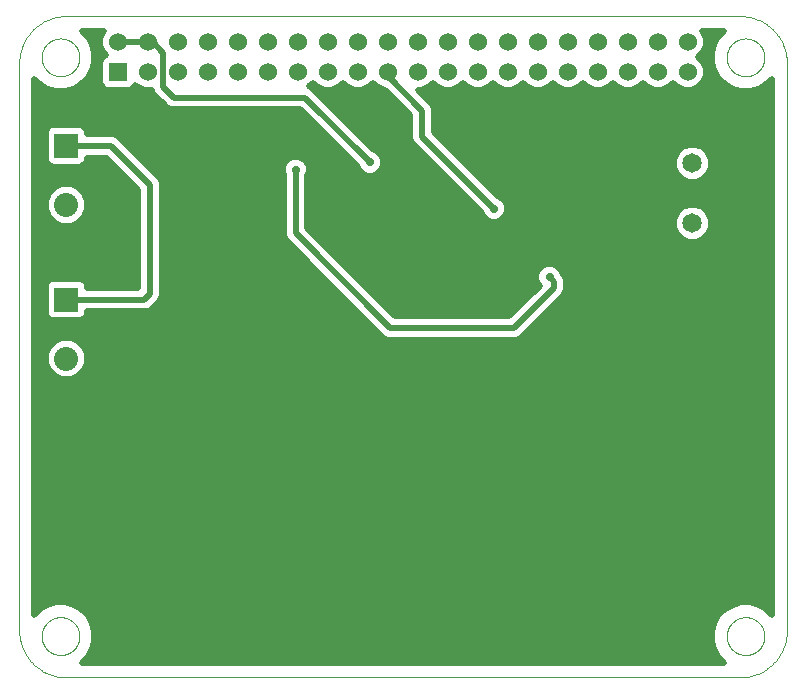
<source format=gbl>
G75*
%MOIN*%
%OFA0B0*%
%FSLAX25Y25*%
%IPPOS*%
%LPD*%
%AMOC8*
5,1,8,0,0,1.08239X$1,22.5*
%
%ADD10C,0.00000*%
%ADD11R,0.08000X0.08000*%
%ADD12C,0.08000*%
%ADD13R,0.06000X0.06000*%
%ADD14C,0.06000*%
%ADD15C,0.06500*%
%ADD16C,0.01969*%
%ADD17C,0.02781*%
D10*
X0020748Y0005000D02*
X0245157Y0005000D01*
X0240827Y0018780D02*
X0240829Y0018938D01*
X0240835Y0019096D01*
X0240845Y0019254D01*
X0240859Y0019412D01*
X0240877Y0019569D01*
X0240898Y0019726D01*
X0240924Y0019882D01*
X0240954Y0020038D01*
X0240987Y0020193D01*
X0241025Y0020346D01*
X0241066Y0020499D01*
X0241111Y0020651D01*
X0241160Y0020802D01*
X0241213Y0020951D01*
X0241269Y0021099D01*
X0241329Y0021245D01*
X0241393Y0021390D01*
X0241461Y0021533D01*
X0241532Y0021675D01*
X0241606Y0021815D01*
X0241684Y0021952D01*
X0241766Y0022088D01*
X0241850Y0022222D01*
X0241939Y0022353D01*
X0242030Y0022482D01*
X0242125Y0022609D01*
X0242222Y0022734D01*
X0242323Y0022856D01*
X0242427Y0022975D01*
X0242534Y0023092D01*
X0242644Y0023206D01*
X0242757Y0023317D01*
X0242872Y0023426D01*
X0242990Y0023531D01*
X0243111Y0023633D01*
X0243234Y0023733D01*
X0243360Y0023829D01*
X0243488Y0023922D01*
X0243618Y0024012D01*
X0243751Y0024098D01*
X0243886Y0024182D01*
X0244022Y0024261D01*
X0244161Y0024338D01*
X0244302Y0024410D01*
X0244444Y0024480D01*
X0244588Y0024545D01*
X0244734Y0024607D01*
X0244881Y0024665D01*
X0245030Y0024720D01*
X0245180Y0024771D01*
X0245331Y0024818D01*
X0245483Y0024861D01*
X0245636Y0024900D01*
X0245791Y0024936D01*
X0245946Y0024967D01*
X0246102Y0024995D01*
X0246258Y0025019D01*
X0246415Y0025039D01*
X0246573Y0025055D01*
X0246730Y0025067D01*
X0246889Y0025075D01*
X0247047Y0025079D01*
X0247205Y0025079D01*
X0247363Y0025075D01*
X0247522Y0025067D01*
X0247679Y0025055D01*
X0247837Y0025039D01*
X0247994Y0025019D01*
X0248150Y0024995D01*
X0248306Y0024967D01*
X0248461Y0024936D01*
X0248616Y0024900D01*
X0248769Y0024861D01*
X0248921Y0024818D01*
X0249072Y0024771D01*
X0249222Y0024720D01*
X0249371Y0024665D01*
X0249518Y0024607D01*
X0249664Y0024545D01*
X0249808Y0024480D01*
X0249950Y0024410D01*
X0250091Y0024338D01*
X0250230Y0024261D01*
X0250366Y0024182D01*
X0250501Y0024098D01*
X0250634Y0024012D01*
X0250764Y0023922D01*
X0250892Y0023829D01*
X0251018Y0023733D01*
X0251141Y0023633D01*
X0251262Y0023531D01*
X0251380Y0023426D01*
X0251495Y0023317D01*
X0251608Y0023206D01*
X0251718Y0023092D01*
X0251825Y0022975D01*
X0251929Y0022856D01*
X0252030Y0022734D01*
X0252127Y0022609D01*
X0252222Y0022482D01*
X0252313Y0022353D01*
X0252402Y0022222D01*
X0252486Y0022088D01*
X0252568Y0021952D01*
X0252646Y0021815D01*
X0252720Y0021675D01*
X0252791Y0021533D01*
X0252859Y0021390D01*
X0252923Y0021245D01*
X0252983Y0021099D01*
X0253039Y0020951D01*
X0253092Y0020802D01*
X0253141Y0020651D01*
X0253186Y0020499D01*
X0253227Y0020346D01*
X0253265Y0020193D01*
X0253298Y0020038D01*
X0253328Y0019882D01*
X0253354Y0019726D01*
X0253375Y0019569D01*
X0253393Y0019412D01*
X0253407Y0019254D01*
X0253417Y0019096D01*
X0253423Y0018938D01*
X0253425Y0018780D01*
X0253423Y0018622D01*
X0253417Y0018464D01*
X0253407Y0018306D01*
X0253393Y0018148D01*
X0253375Y0017991D01*
X0253354Y0017834D01*
X0253328Y0017678D01*
X0253298Y0017522D01*
X0253265Y0017367D01*
X0253227Y0017214D01*
X0253186Y0017061D01*
X0253141Y0016909D01*
X0253092Y0016758D01*
X0253039Y0016609D01*
X0252983Y0016461D01*
X0252923Y0016315D01*
X0252859Y0016170D01*
X0252791Y0016027D01*
X0252720Y0015885D01*
X0252646Y0015745D01*
X0252568Y0015608D01*
X0252486Y0015472D01*
X0252402Y0015338D01*
X0252313Y0015207D01*
X0252222Y0015078D01*
X0252127Y0014951D01*
X0252030Y0014826D01*
X0251929Y0014704D01*
X0251825Y0014585D01*
X0251718Y0014468D01*
X0251608Y0014354D01*
X0251495Y0014243D01*
X0251380Y0014134D01*
X0251262Y0014029D01*
X0251141Y0013927D01*
X0251018Y0013827D01*
X0250892Y0013731D01*
X0250764Y0013638D01*
X0250634Y0013548D01*
X0250501Y0013462D01*
X0250366Y0013378D01*
X0250230Y0013299D01*
X0250091Y0013222D01*
X0249950Y0013150D01*
X0249808Y0013080D01*
X0249664Y0013015D01*
X0249518Y0012953D01*
X0249371Y0012895D01*
X0249222Y0012840D01*
X0249072Y0012789D01*
X0248921Y0012742D01*
X0248769Y0012699D01*
X0248616Y0012660D01*
X0248461Y0012624D01*
X0248306Y0012593D01*
X0248150Y0012565D01*
X0247994Y0012541D01*
X0247837Y0012521D01*
X0247679Y0012505D01*
X0247522Y0012493D01*
X0247363Y0012485D01*
X0247205Y0012481D01*
X0247047Y0012481D01*
X0246889Y0012485D01*
X0246730Y0012493D01*
X0246573Y0012505D01*
X0246415Y0012521D01*
X0246258Y0012541D01*
X0246102Y0012565D01*
X0245946Y0012593D01*
X0245791Y0012624D01*
X0245636Y0012660D01*
X0245483Y0012699D01*
X0245331Y0012742D01*
X0245180Y0012789D01*
X0245030Y0012840D01*
X0244881Y0012895D01*
X0244734Y0012953D01*
X0244588Y0013015D01*
X0244444Y0013080D01*
X0244302Y0013150D01*
X0244161Y0013222D01*
X0244022Y0013299D01*
X0243886Y0013378D01*
X0243751Y0013462D01*
X0243618Y0013548D01*
X0243488Y0013638D01*
X0243360Y0013731D01*
X0243234Y0013827D01*
X0243111Y0013927D01*
X0242990Y0014029D01*
X0242872Y0014134D01*
X0242757Y0014243D01*
X0242644Y0014354D01*
X0242534Y0014468D01*
X0242427Y0014585D01*
X0242323Y0014704D01*
X0242222Y0014826D01*
X0242125Y0014951D01*
X0242030Y0015078D01*
X0241939Y0015207D01*
X0241850Y0015338D01*
X0241766Y0015472D01*
X0241684Y0015608D01*
X0241606Y0015745D01*
X0241532Y0015885D01*
X0241461Y0016027D01*
X0241393Y0016170D01*
X0241329Y0016315D01*
X0241269Y0016461D01*
X0241213Y0016609D01*
X0241160Y0016758D01*
X0241111Y0016909D01*
X0241066Y0017061D01*
X0241025Y0017214D01*
X0240987Y0017367D01*
X0240954Y0017522D01*
X0240924Y0017678D01*
X0240898Y0017834D01*
X0240877Y0017991D01*
X0240859Y0018148D01*
X0240845Y0018306D01*
X0240835Y0018464D01*
X0240829Y0018622D01*
X0240827Y0018780D01*
X0245157Y0005000D02*
X0245538Y0005005D01*
X0245918Y0005018D01*
X0246298Y0005041D01*
X0246677Y0005074D01*
X0247055Y0005115D01*
X0247432Y0005165D01*
X0247808Y0005225D01*
X0248183Y0005293D01*
X0248555Y0005371D01*
X0248926Y0005458D01*
X0249294Y0005553D01*
X0249660Y0005658D01*
X0250023Y0005771D01*
X0250384Y0005893D01*
X0250741Y0006023D01*
X0251095Y0006163D01*
X0251446Y0006310D01*
X0251793Y0006467D01*
X0252136Y0006631D01*
X0252475Y0006804D01*
X0252810Y0006985D01*
X0253141Y0007174D01*
X0253466Y0007371D01*
X0253787Y0007575D01*
X0254103Y0007788D01*
X0254413Y0008008D01*
X0254719Y0008235D01*
X0255018Y0008470D01*
X0255312Y0008712D01*
X0255600Y0008960D01*
X0255882Y0009216D01*
X0256157Y0009479D01*
X0256426Y0009748D01*
X0256689Y0010023D01*
X0256945Y0010305D01*
X0257193Y0010593D01*
X0257435Y0010887D01*
X0257670Y0011186D01*
X0257897Y0011492D01*
X0258117Y0011802D01*
X0258330Y0012118D01*
X0258534Y0012439D01*
X0258731Y0012764D01*
X0258920Y0013095D01*
X0259101Y0013430D01*
X0259274Y0013769D01*
X0259438Y0014112D01*
X0259595Y0014459D01*
X0259742Y0014810D01*
X0259882Y0015164D01*
X0260012Y0015521D01*
X0260134Y0015882D01*
X0260247Y0016245D01*
X0260352Y0016611D01*
X0260447Y0016979D01*
X0260534Y0017350D01*
X0260612Y0017722D01*
X0260680Y0018097D01*
X0260740Y0018473D01*
X0260790Y0018850D01*
X0260831Y0019228D01*
X0260864Y0019607D01*
X0260887Y0019987D01*
X0260900Y0020367D01*
X0260905Y0020748D01*
X0260906Y0020748D02*
X0260906Y0209724D01*
X0240827Y0211693D02*
X0240829Y0211851D01*
X0240835Y0212009D01*
X0240845Y0212167D01*
X0240859Y0212325D01*
X0240877Y0212482D01*
X0240898Y0212639D01*
X0240924Y0212795D01*
X0240954Y0212951D01*
X0240987Y0213106D01*
X0241025Y0213259D01*
X0241066Y0213412D01*
X0241111Y0213564D01*
X0241160Y0213715D01*
X0241213Y0213864D01*
X0241269Y0214012D01*
X0241329Y0214158D01*
X0241393Y0214303D01*
X0241461Y0214446D01*
X0241532Y0214588D01*
X0241606Y0214728D01*
X0241684Y0214865D01*
X0241766Y0215001D01*
X0241850Y0215135D01*
X0241939Y0215266D01*
X0242030Y0215395D01*
X0242125Y0215522D01*
X0242222Y0215647D01*
X0242323Y0215769D01*
X0242427Y0215888D01*
X0242534Y0216005D01*
X0242644Y0216119D01*
X0242757Y0216230D01*
X0242872Y0216339D01*
X0242990Y0216444D01*
X0243111Y0216546D01*
X0243234Y0216646D01*
X0243360Y0216742D01*
X0243488Y0216835D01*
X0243618Y0216925D01*
X0243751Y0217011D01*
X0243886Y0217095D01*
X0244022Y0217174D01*
X0244161Y0217251D01*
X0244302Y0217323D01*
X0244444Y0217393D01*
X0244588Y0217458D01*
X0244734Y0217520D01*
X0244881Y0217578D01*
X0245030Y0217633D01*
X0245180Y0217684D01*
X0245331Y0217731D01*
X0245483Y0217774D01*
X0245636Y0217813D01*
X0245791Y0217849D01*
X0245946Y0217880D01*
X0246102Y0217908D01*
X0246258Y0217932D01*
X0246415Y0217952D01*
X0246573Y0217968D01*
X0246730Y0217980D01*
X0246889Y0217988D01*
X0247047Y0217992D01*
X0247205Y0217992D01*
X0247363Y0217988D01*
X0247522Y0217980D01*
X0247679Y0217968D01*
X0247837Y0217952D01*
X0247994Y0217932D01*
X0248150Y0217908D01*
X0248306Y0217880D01*
X0248461Y0217849D01*
X0248616Y0217813D01*
X0248769Y0217774D01*
X0248921Y0217731D01*
X0249072Y0217684D01*
X0249222Y0217633D01*
X0249371Y0217578D01*
X0249518Y0217520D01*
X0249664Y0217458D01*
X0249808Y0217393D01*
X0249950Y0217323D01*
X0250091Y0217251D01*
X0250230Y0217174D01*
X0250366Y0217095D01*
X0250501Y0217011D01*
X0250634Y0216925D01*
X0250764Y0216835D01*
X0250892Y0216742D01*
X0251018Y0216646D01*
X0251141Y0216546D01*
X0251262Y0216444D01*
X0251380Y0216339D01*
X0251495Y0216230D01*
X0251608Y0216119D01*
X0251718Y0216005D01*
X0251825Y0215888D01*
X0251929Y0215769D01*
X0252030Y0215647D01*
X0252127Y0215522D01*
X0252222Y0215395D01*
X0252313Y0215266D01*
X0252402Y0215135D01*
X0252486Y0215001D01*
X0252568Y0214865D01*
X0252646Y0214728D01*
X0252720Y0214588D01*
X0252791Y0214446D01*
X0252859Y0214303D01*
X0252923Y0214158D01*
X0252983Y0214012D01*
X0253039Y0213864D01*
X0253092Y0213715D01*
X0253141Y0213564D01*
X0253186Y0213412D01*
X0253227Y0213259D01*
X0253265Y0213106D01*
X0253298Y0212951D01*
X0253328Y0212795D01*
X0253354Y0212639D01*
X0253375Y0212482D01*
X0253393Y0212325D01*
X0253407Y0212167D01*
X0253417Y0212009D01*
X0253423Y0211851D01*
X0253425Y0211693D01*
X0253423Y0211535D01*
X0253417Y0211377D01*
X0253407Y0211219D01*
X0253393Y0211061D01*
X0253375Y0210904D01*
X0253354Y0210747D01*
X0253328Y0210591D01*
X0253298Y0210435D01*
X0253265Y0210280D01*
X0253227Y0210127D01*
X0253186Y0209974D01*
X0253141Y0209822D01*
X0253092Y0209671D01*
X0253039Y0209522D01*
X0252983Y0209374D01*
X0252923Y0209228D01*
X0252859Y0209083D01*
X0252791Y0208940D01*
X0252720Y0208798D01*
X0252646Y0208658D01*
X0252568Y0208521D01*
X0252486Y0208385D01*
X0252402Y0208251D01*
X0252313Y0208120D01*
X0252222Y0207991D01*
X0252127Y0207864D01*
X0252030Y0207739D01*
X0251929Y0207617D01*
X0251825Y0207498D01*
X0251718Y0207381D01*
X0251608Y0207267D01*
X0251495Y0207156D01*
X0251380Y0207047D01*
X0251262Y0206942D01*
X0251141Y0206840D01*
X0251018Y0206740D01*
X0250892Y0206644D01*
X0250764Y0206551D01*
X0250634Y0206461D01*
X0250501Y0206375D01*
X0250366Y0206291D01*
X0250230Y0206212D01*
X0250091Y0206135D01*
X0249950Y0206063D01*
X0249808Y0205993D01*
X0249664Y0205928D01*
X0249518Y0205866D01*
X0249371Y0205808D01*
X0249222Y0205753D01*
X0249072Y0205702D01*
X0248921Y0205655D01*
X0248769Y0205612D01*
X0248616Y0205573D01*
X0248461Y0205537D01*
X0248306Y0205506D01*
X0248150Y0205478D01*
X0247994Y0205454D01*
X0247837Y0205434D01*
X0247679Y0205418D01*
X0247522Y0205406D01*
X0247363Y0205398D01*
X0247205Y0205394D01*
X0247047Y0205394D01*
X0246889Y0205398D01*
X0246730Y0205406D01*
X0246573Y0205418D01*
X0246415Y0205434D01*
X0246258Y0205454D01*
X0246102Y0205478D01*
X0245946Y0205506D01*
X0245791Y0205537D01*
X0245636Y0205573D01*
X0245483Y0205612D01*
X0245331Y0205655D01*
X0245180Y0205702D01*
X0245030Y0205753D01*
X0244881Y0205808D01*
X0244734Y0205866D01*
X0244588Y0205928D01*
X0244444Y0205993D01*
X0244302Y0206063D01*
X0244161Y0206135D01*
X0244022Y0206212D01*
X0243886Y0206291D01*
X0243751Y0206375D01*
X0243618Y0206461D01*
X0243488Y0206551D01*
X0243360Y0206644D01*
X0243234Y0206740D01*
X0243111Y0206840D01*
X0242990Y0206942D01*
X0242872Y0207047D01*
X0242757Y0207156D01*
X0242644Y0207267D01*
X0242534Y0207381D01*
X0242427Y0207498D01*
X0242323Y0207617D01*
X0242222Y0207739D01*
X0242125Y0207864D01*
X0242030Y0207991D01*
X0241939Y0208120D01*
X0241850Y0208251D01*
X0241766Y0208385D01*
X0241684Y0208521D01*
X0241606Y0208658D01*
X0241532Y0208798D01*
X0241461Y0208940D01*
X0241393Y0209083D01*
X0241329Y0209228D01*
X0241269Y0209374D01*
X0241213Y0209522D01*
X0241160Y0209671D01*
X0241111Y0209822D01*
X0241066Y0209974D01*
X0241025Y0210127D01*
X0240987Y0210280D01*
X0240954Y0210435D01*
X0240924Y0210591D01*
X0240898Y0210747D01*
X0240877Y0210904D01*
X0240859Y0211061D01*
X0240845Y0211219D01*
X0240835Y0211377D01*
X0240829Y0211535D01*
X0240827Y0211693D01*
X0245157Y0225472D02*
X0245538Y0225467D01*
X0245918Y0225454D01*
X0246298Y0225431D01*
X0246677Y0225398D01*
X0247055Y0225357D01*
X0247432Y0225307D01*
X0247808Y0225247D01*
X0248183Y0225179D01*
X0248555Y0225101D01*
X0248926Y0225014D01*
X0249294Y0224919D01*
X0249660Y0224814D01*
X0250023Y0224701D01*
X0250384Y0224579D01*
X0250741Y0224449D01*
X0251095Y0224309D01*
X0251446Y0224162D01*
X0251793Y0224005D01*
X0252136Y0223841D01*
X0252475Y0223668D01*
X0252810Y0223487D01*
X0253141Y0223298D01*
X0253466Y0223101D01*
X0253787Y0222897D01*
X0254103Y0222684D01*
X0254413Y0222464D01*
X0254719Y0222237D01*
X0255018Y0222002D01*
X0255312Y0221760D01*
X0255600Y0221512D01*
X0255882Y0221256D01*
X0256157Y0220993D01*
X0256426Y0220724D01*
X0256689Y0220449D01*
X0256945Y0220167D01*
X0257193Y0219879D01*
X0257435Y0219585D01*
X0257670Y0219286D01*
X0257897Y0218980D01*
X0258117Y0218670D01*
X0258330Y0218354D01*
X0258534Y0218033D01*
X0258731Y0217708D01*
X0258920Y0217377D01*
X0259101Y0217042D01*
X0259274Y0216703D01*
X0259438Y0216360D01*
X0259595Y0216013D01*
X0259742Y0215662D01*
X0259882Y0215308D01*
X0260012Y0214951D01*
X0260134Y0214590D01*
X0260247Y0214227D01*
X0260352Y0213861D01*
X0260447Y0213493D01*
X0260534Y0213122D01*
X0260612Y0212750D01*
X0260680Y0212375D01*
X0260740Y0211999D01*
X0260790Y0211622D01*
X0260831Y0211244D01*
X0260864Y0210865D01*
X0260887Y0210485D01*
X0260900Y0210105D01*
X0260905Y0209724D01*
X0245157Y0225472D02*
X0020748Y0225472D01*
X0012481Y0211693D02*
X0012483Y0211851D01*
X0012489Y0212009D01*
X0012499Y0212167D01*
X0012513Y0212325D01*
X0012531Y0212482D01*
X0012552Y0212639D01*
X0012578Y0212795D01*
X0012608Y0212951D01*
X0012641Y0213106D01*
X0012679Y0213259D01*
X0012720Y0213412D01*
X0012765Y0213564D01*
X0012814Y0213715D01*
X0012867Y0213864D01*
X0012923Y0214012D01*
X0012983Y0214158D01*
X0013047Y0214303D01*
X0013115Y0214446D01*
X0013186Y0214588D01*
X0013260Y0214728D01*
X0013338Y0214865D01*
X0013420Y0215001D01*
X0013504Y0215135D01*
X0013593Y0215266D01*
X0013684Y0215395D01*
X0013779Y0215522D01*
X0013876Y0215647D01*
X0013977Y0215769D01*
X0014081Y0215888D01*
X0014188Y0216005D01*
X0014298Y0216119D01*
X0014411Y0216230D01*
X0014526Y0216339D01*
X0014644Y0216444D01*
X0014765Y0216546D01*
X0014888Y0216646D01*
X0015014Y0216742D01*
X0015142Y0216835D01*
X0015272Y0216925D01*
X0015405Y0217011D01*
X0015540Y0217095D01*
X0015676Y0217174D01*
X0015815Y0217251D01*
X0015956Y0217323D01*
X0016098Y0217393D01*
X0016242Y0217458D01*
X0016388Y0217520D01*
X0016535Y0217578D01*
X0016684Y0217633D01*
X0016834Y0217684D01*
X0016985Y0217731D01*
X0017137Y0217774D01*
X0017290Y0217813D01*
X0017445Y0217849D01*
X0017600Y0217880D01*
X0017756Y0217908D01*
X0017912Y0217932D01*
X0018069Y0217952D01*
X0018227Y0217968D01*
X0018384Y0217980D01*
X0018543Y0217988D01*
X0018701Y0217992D01*
X0018859Y0217992D01*
X0019017Y0217988D01*
X0019176Y0217980D01*
X0019333Y0217968D01*
X0019491Y0217952D01*
X0019648Y0217932D01*
X0019804Y0217908D01*
X0019960Y0217880D01*
X0020115Y0217849D01*
X0020270Y0217813D01*
X0020423Y0217774D01*
X0020575Y0217731D01*
X0020726Y0217684D01*
X0020876Y0217633D01*
X0021025Y0217578D01*
X0021172Y0217520D01*
X0021318Y0217458D01*
X0021462Y0217393D01*
X0021604Y0217323D01*
X0021745Y0217251D01*
X0021884Y0217174D01*
X0022020Y0217095D01*
X0022155Y0217011D01*
X0022288Y0216925D01*
X0022418Y0216835D01*
X0022546Y0216742D01*
X0022672Y0216646D01*
X0022795Y0216546D01*
X0022916Y0216444D01*
X0023034Y0216339D01*
X0023149Y0216230D01*
X0023262Y0216119D01*
X0023372Y0216005D01*
X0023479Y0215888D01*
X0023583Y0215769D01*
X0023684Y0215647D01*
X0023781Y0215522D01*
X0023876Y0215395D01*
X0023967Y0215266D01*
X0024056Y0215135D01*
X0024140Y0215001D01*
X0024222Y0214865D01*
X0024300Y0214728D01*
X0024374Y0214588D01*
X0024445Y0214446D01*
X0024513Y0214303D01*
X0024577Y0214158D01*
X0024637Y0214012D01*
X0024693Y0213864D01*
X0024746Y0213715D01*
X0024795Y0213564D01*
X0024840Y0213412D01*
X0024881Y0213259D01*
X0024919Y0213106D01*
X0024952Y0212951D01*
X0024982Y0212795D01*
X0025008Y0212639D01*
X0025029Y0212482D01*
X0025047Y0212325D01*
X0025061Y0212167D01*
X0025071Y0212009D01*
X0025077Y0211851D01*
X0025079Y0211693D01*
X0025077Y0211535D01*
X0025071Y0211377D01*
X0025061Y0211219D01*
X0025047Y0211061D01*
X0025029Y0210904D01*
X0025008Y0210747D01*
X0024982Y0210591D01*
X0024952Y0210435D01*
X0024919Y0210280D01*
X0024881Y0210127D01*
X0024840Y0209974D01*
X0024795Y0209822D01*
X0024746Y0209671D01*
X0024693Y0209522D01*
X0024637Y0209374D01*
X0024577Y0209228D01*
X0024513Y0209083D01*
X0024445Y0208940D01*
X0024374Y0208798D01*
X0024300Y0208658D01*
X0024222Y0208521D01*
X0024140Y0208385D01*
X0024056Y0208251D01*
X0023967Y0208120D01*
X0023876Y0207991D01*
X0023781Y0207864D01*
X0023684Y0207739D01*
X0023583Y0207617D01*
X0023479Y0207498D01*
X0023372Y0207381D01*
X0023262Y0207267D01*
X0023149Y0207156D01*
X0023034Y0207047D01*
X0022916Y0206942D01*
X0022795Y0206840D01*
X0022672Y0206740D01*
X0022546Y0206644D01*
X0022418Y0206551D01*
X0022288Y0206461D01*
X0022155Y0206375D01*
X0022020Y0206291D01*
X0021884Y0206212D01*
X0021745Y0206135D01*
X0021604Y0206063D01*
X0021462Y0205993D01*
X0021318Y0205928D01*
X0021172Y0205866D01*
X0021025Y0205808D01*
X0020876Y0205753D01*
X0020726Y0205702D01*
X0020575Y0205655D01*
X0020423Y0205612D01*
X0020270Y0205573D01*
X0020115Y0205537D01*
X0019960Y0205506D01*
X0019804Y0205478D01*
X0019648Y0205454D01*
X0019491Y0205434D01*
X0019333Y0205418D01*
X0019176Y0205406D01*
X0019017Y0205398D01*
X0018859Y0205394D01*
X0018701Y0205394D01*
X0018543Y0205398D01*
X0018384Y0205406D01*
X0018227Y0205418D01*
X0018069Y0205434D01*
X0017912Y0205454D01*
X0017756Y0205478D01*
X0017600Y0205506D01*
X0017445Y0205537D01*
X0017290Y0205573D01*
X0017137Y0205612D01*
X0016985Y0205655D01*
X0016834Y0205702D01*
X0016684Y0205753D01*
X0016535Y0205808D01*
X0016388Y0205866D01*
X0016242Y0205928D01*
X0016098Y0205993D01*
X0015956Y0206063D01*
X0015815Y0206135D01*
X0015676Y0206212D01*
X0015540Y0206291D01*
X0015405Y0206375D01*
X0015272Y0206461D01*
X0015142Y0206551D01*
X0015014Y0206644D01*
X0014888Y0206740D01*
X0014765Y0206840D01*
X0014644Y0206942D01*
X0014526Y0207047D01*
X0014411Y0207156D01*
X0014298Y0207267D01*
X0014188Y0207381D01*
X0014081Y0207498D01*
X0013977Y0207617D01*
X0013876Y0207739D01*
X0013779Y0207864D01*
X0013684Y0207991D01*
X0013593Y0208120D01*
X0013504Y0208251D01*
X0013420Y0208385D01*
X0013338Y0208521D01*
X0013260Y0208658D01*
X0013186Y0208798D01*
X0013115Y0208940D01*
X0013047Y0209083D01*
X0012983Y0209228D01*
X0012923Y0209374D01*
X0012867Y0209522D01*
X0012814Y0209671D01*
X0012765Y0209822D01*
X0012720Y0209974D01*
X0012679Y0210127D01*
X0012641Y0210280D01*
X0012608Y0210435D01*
X0012578Y0210591D01*
X0012552Y0210747D01*
X0012531Y0210904D01*
X0012513Y0211061D01*
X0012499Y0211219D01*
X0012489Y0211377D01*
X0012483Y0211535D01*
X0012481Y0211693D01*
X0005000Y0209724D02*
X0005000Y0020748D01*
X0012481Y0018780D02*
X0012483Y0018938D01*
X0012489Y0019096D01*
X0012499Y0019254D01*
X0012513Y0019412D01*
X0012531Y0019569D01*
X0012552Y0019726D01*
X0012578Y0019882D01*
X0012608Y0020038D01*
X0012641Y0020193D01*
X0012679Y0020346D01*
X0012720Y0020499D01*
X0012765Y0020651D01*
X0012814Y0020802D01*
X0012867Y0020951D01*
X0012923Y0021099D01*
X0012983Y0021245D01*
X0013047Y0021390D01*
X0013115Y0021533D01*
X0013186Y0021675D01*
X0013260Y0021815D01*
X0013338Y0021952D01*
X0013420Y0022088D01*
X0013504Y0022222D01*
X0013593Y0022353D01*
X0013684Y0022482D01*
X0013779Y0022609D01*
X0013876Y0022734D01*
X0013977Y0022856D01*
X0014081Y0022975D01*
X0014188Y0023092D01*
X0014298Y0023206D01*
X0014411Y0023317D01*
X0014526Y0023426D01*
X0014644Y0023531D01*
X0014765Y0023633D01*
X0014888Y0023733D01*
X0015014Y0023829D01*
X0015142Y0023922D01*
X0015272Y0024012D01*
X0015405Y0024098D01*
X0015540Y0024182D01*
X0015676Y0024261D01*
X0015815Y0024338D01*
X0015956Y0024410D01*
X0016098Y0024480D01*
X0016242Y0024545D01*
X0016388Y0024607D01*
X0016535Y0024665D01*
X0016684Y0024720D01*
X0016834Y0024771D01*
X0016985Y0024818D01*
X0017137Y0024861D01*
X0017290Y0024900D01*
X0017445Y0024936D01*
X0017600Y0024967D01*
X0017756Y0024995D01*
X0017912Y0025019D01*
X0018069Y0025039D01*
X0018227Y0025055D01*
X0018384Y0025067D01*
X0018543Y0025075D01*
X0018701Y0025079D01*
X0018859Y0025079D01*
X0019017Y0025075D01*
X0019176Y0025067D01*
X0019333Y0025055D01*
X0019491Y0025039D01*
X0019648Y0025019D01*
X0019804Y0024995D01*
X0019960Y0024967D01*
X0020115Y0024936D01*
X0020270Y0024900D01*
X0020423Y0024861D01*
X0020575Y0024818D01*
X0020726Y0024771D01*
X0020876Y0024720D01*
X0021025Y0024665D01*
X0021172Y0024607D01*
X0021318Y0024545D01*
X0021462Y0024480D01*
X0021604Y0024410D01*
X0021745Y0024338D01*
X0021884Y0024261D01*
X0022020Y0024182D01*
X0022155Y0024098D01*
X0022288Y0024012D01*
X0022418Y0023922D01*
X0022546Y0023829D01*
X0022672Y0023733D01*
X0022795Y0023633D01*
X0022916Y0023531D01*
X0023034Y0023426D01*
X0023149Y0023317D01*
X0023262Y0023206D01*
X0023372Y0023092D01*
X0023479Y0022975D01*
X0023583Y0022856D01*
X0023684Y0022734D01*
X0023781Y0022609D01*
X0023876Y0022482D01*
X0023967Y0022353D01*
X0024056Y0022222D01*
X0024140Y0022088D01*
X0024222Y0021952D01*
X0024300Y0021815D01*
X0024374Y0021675D01*
X0024445Y0021533D01*
X0024513Y0021390D01*
X0024577Y0021245D01*
X0024637Y0021099D01*
X0024693Y0020951D01*
X0024746Y0020802D01*
X0024795Y0020651D01*
X0024840Y0020499D01*
X0024881Y0020346D01*
X0024919Y0020193D01*
X0024952Y0020038D01*
X0024982Y0019882D01*
X0025008Y0019726D01*
X0025029Y0019569D01*
X0025047Y0019412D01*
X0025061Y0019254D01*
X0025071Y0019096D01*
X0025077Y0018938D01*
X0025079Y0018780D01*
X0025077Y0018622D01*
X0025071Y0018464D01*
X0025061Y0018306D01*
X0025047Y0018148D01*
X0025029Y0017991D01*
X0025008Y0017834D01*
X0024982Y0017678D01*
X0024952Y0017522D01*
X0024919Y0017367D01*
X0024881Y0017214D01*
X0024840Y0017061D01*
X0024795Y0016909D01*
X0024746Y0016758D01*
X0024693Y0016609D01*
X0024637Y0016461D01*
X0024577Y0016315D01*
X0024513Y0016170D01*
X0024445Y0016027D01*
X0024374Y0015885D01*
X0024300Y0015745D01*
X0024222Y0015608D01*
X0024140Y0015472D01*
X0024056Y0015338D01*
X0023967Y0015207D01*
X0023876Y0015078D01*
X0023781Y0014951D01*
X0023684Y0014826D01*
X0023583Y0014704D01*
X0023479Y0014585D01*
X0023372Y0014468D01*
X0023262Y0014354D01*
X0023149Y0014243D01*
X0023034Y0014134D01*
X0022916Y0014029D01*
X0022795Y0013927D01*
X0022672Y0013827D01*
X0022546Y0013731D01*
X0022418Y0013638D01*
X0022288Y0013548D01*
X0022155Y0013462D01*
X0022020Y0013378D01*
X0021884Y0013299D01*
X0021745Y0013222D01*
X0021604Y0013150D01*
X0021462Y0013080D01*
X0021318Y0013015D01*
X0021172Y0012953D01*
X0021025Y0012895D01*
X0020876Y0012840D01*
X0020726Y0012789D01*
X0020575Y0012742D01*
X0020423Y0012699D01*
X0020270Y0012660D01*
X0020115Y0012624D01*
X0019960Y0012593D01*
X0019804Y0012565D01*
X0019648Y0012541D01*
X0019491Y0012521D01*
X0019333Y0012505D01*
X0019176Y0012493D01*
X0019017Y0012485D01*
X0018859Y0012481D01*
X0018701Y0012481D01*
X0018543Y0012485D01*
X0018384Y0012493D01*
X0018227Y0012505D01*
X0018069Y0012521D01*
X0017912Y0012541D01*
X0017756Y0012565D01*
X0017600Y0012593D01*
X0017445Y0012624D01*
X0017290Y0012660D01*
X0017137Y0012699D01*
X0016985Y0012742D01*
X0016834Y0012789D01*
X0016684Y0012840D01*
X0016535Y0012895D01*
X0016388Y0012953D01*
X0016242Y0013015D01*
X0016098Y0013080D01*
X0015956Y0013150D01*
X0015815Y0013222D01*
X0015676Y0013299D01*
X0015540Y0013378D01*
X0015405Y0013462D01*
X0015272Y0013548D01*
X0015142Y0013638D01*
X0015014Y0013731D01*
X0014888Y0013827D01*
X0014765Y0013927D01*
X0014644Y0014029D01*
X0014526Y0014134D01*
X0014411Y0014243D01*
X0014298Y0014354D01*
X0014188Y0014468D01*
X0014081Y0014585D01*
X0013977Y0014704D01*
X0013876Y0014826D01*
X0013779Y0014951D01*
X0013684Y0015078D01*
X0013593Y0015207D01*
X0013504Y0015338D01*
X0013420Y0015472D01*
X0013338Y0015608D01*
X0013260Y0015745D01*
X0013186Y0015885D01*
X0013115Y0016027D01*
X0013047Y0016170D01*
X0012983Y0016315D01*
X0012923Y0016461D01*
X0012867Y0016609D01*
X0012814Y0016758D01*
X0012765Y0016909D01*
X0012720Y0017061D01*
X0012679Y0017214D01*
X0012641Y0017367D01*
X0012608Y0017522D01*
X0012578Y0017678D01*
X0012552Y0017834D01*
X0012531Y0017991D01*
X0012513Y0018148D01*
X0012499Y0018306D01*
X0012489Y0018464D01*
X0012483Y0018622D01*
X0012481Y0018780D01*
X0005000Y0020748D02*
X0005005Y0020367D01*
X0005018Y0019987D01*
X0005041Y0019607D01*
X0005074Y0019228D01*
X0005115Y0018850D01*
X0005165Y0018473D01*
X0005225Y0018097D01*
X0005293Y0017722D01*
X0005371Y0017350D01*
X0005458Y0016979D01*
X0005553Y0016611D01*
X0005658Y0016245D01*
X0005771Y0015882D01*
X0005893Y0015521D01*
X0006023Y0015164D01*
X0006163Y0014810D01*
X0006310Y0014459D01*
X0006467Y0014112D01*
X0006631Y0013769D01*
X0006804Y0013430D01*
X0006985Y0013095D01*
X0007174Y0012764D01*
X0007371Y0012439D01*
X0007575Y0012118D01*
X0007788Y0011802D01*
X0008008Y0011492D01*
X0008235Y0011186D01*
X0008470Y0010887D01*
X0008712Y0010593D01*
X0008960Y0010305D01*
X0009216Y0010023D01*
X0009479Y0009748D01*
X0009748Y0009479D01*
X0010023Y0009216D01*
X0010305Y0008960D01*
X0010593Y0008712D01*
X0010887Y0008470D01*
X0011186Y0008235D01*
X0011492Y0008008D01*
X0011802Y0007788D01*
X0012118Y0007575D01*
X0012439Y0007371D01*
X0012764Y0007174D01*
X0013095Y0006985D01*
X0013430Y0006804D01*
X0013769Y0006631D01*
X0014112Y0006467D01*
X0014459Y0006310D01*
X0014810Y0006163D01*
X0015164Y0006023D01*
X0015521Y0005893D01*
X0015882Y0005771D01*
X0016245Y0005658D01*
X0016611Y0005553D01*
X0016979Y0005458D01*
X0017350Y0005371D01*
X0017722Y0005293D01*
X0018097Y0005225D01*
X0018473Y0005165D01*
X0018850Y0005115D01*
X0019228Y0005074D01*
X0019607Y0005041D01*
X0019987Y0005018D01*
X0020367Y0005005D01*
X0020748Y0005000D01*
X0005000Y0209724D02*
X0005005Y0210105D01*
X0005018Y0210485D01*
X0005041Y0210865D01*
X0005074Y0211244D01*
X0005115Y0211622D01*
X0005165Y0211999D01*
X0005225Y0212375D01*
X0005293Y0212750D01*
X0005371Y0213122D01*
X0005458Y0213493D01*
X0005553Y0213861D01*
X0005658Y0214227D01*
X0005771Y0214590D01*
X0005893Y0214951D01*
X0006023Y0215308D01*
X0006163Y0215662D01*
X0006310Y0216013D01*
X0006467Y0216360D01*
X0006631Y0216703D01*
X0006804Y0217042D01*
X0006985Y0217377D01*
X0007174Y0217708D01*
X0007371Y0218033D01*
X0007575Y0218354D01*
X0007788Y0218670D01*
X0008008Y0218980D01*
X0008235Y0219286D01*
X0008470Y0219585D01*
X0008712Y0219879D01*
X0008960Y0220167D01*
X0009216Y0220449D01*
X0009479Y0220724D01*
X0009748Y0220993D01*
X0010023Y0221256D01*
X0010305Y0221512D01*
X0010593Y0221760D01*
X0010887Y0222002D01*
X0011186Y0222237D01*
X0011492Y0222464D01*
X0011802Y0222684D01*
X0012118Y0222897D01*
X0012439Y0223101D01*
X0012764Y0223298D01*
X0013095Y0223487D01*
X0013430Y0223668D01*
X0013769Y0223841D01*
X0014112Y0224005D01*
X0014459Y0224162D01*
X0014810Y0224309D01*
X0015164Y0224449D01*
X0015521Y0224579D01*
X0015882Y0224701D01*
X0016245Y0224814D01*
X0016611Y0224919D01*
X0016979Y0225014D01*
X0017350Y0225101D01*
X0017722Y0225179D01*
X0018097Y0225247D01*
X0018473Y0225307D01*
X0018850Y0225357D01*
X0019228Y0225398D01*
X0019607Y0225431D01*
X0019987Y0225454D01*
X0020367Y0225467D01*
X0020748Y0225472D01*
D11*
X0020748Y0182165D03*
X0020748Y0130984D03*
D12*
X0020748Y0111299D03*
X0020748Y0162480D03*
D13*
X0037953Y0206693D03*
D14*
X0047900Y0206700D03*
X0057900Y0206700D03*
X0067900Y0206700D03*
X0077900Y0206700D03*
X0087900Y0206700D03*
X0097900Y0206700D03*
X0107900Y0206700D03*
X0117900Y0206700D03*
X0127900Y0206700D03*
X0137900Y0206700D03*
X0147900Y0206700D03*
X0157900Y0206700D03*
X0167900Y0206700D03*
X0177900Y0206700D03*
X0187900Y0206700D03*
X0197900Y0206700D03*
X0207900Y0206700D03*
X0217900Y0206700D03*
X0227900Y0206700D03*
X0227900Y0216700D03*
X0217900Y0216700D03*
X0207900Y0216700D03*
X0197900Y0216700D03*
X0187900Y0216700D03*
X0177900Y0216700D03*
X0167900Y0216700D03*
X0157900Y0216700D03*
X0147900Y0216700D03*
X0137900Y0216700D03*
X0127900Y0216700D03*
X0117900Y0216700D03*
X0107900Y0216700D03*
X0097900Y0216700D03*
X0087900Y0216700D03*
X0077900Y0216700D03*
X0067900Y0216700D03*
X0057900Y0216700D03*
X0047900Y0216700D03*
X0037900Y0216700D03*
D15*
X0229409Y0176417D03*
X0229409Y0156417D03*
D16*
X0235612Y0156460D02*
X0255921Y0156460D01*
X0255921Y0154493D02*
X0235326Y0154493D01*
X0235612Y0155184D02*
X0234668Y0152904D01*
X0232923Y0151159D01*
X0230643Y0150215D01*
X0228176Y0150215D01*
X0225896Y0151159D01*
X0224151Y0152904D01*
X0223207Y0155184D01*
X0223207Y0157651D01*
X0224151Y0159931D01*
X0225896Y0161676D01*
X0228176Y0162620D01*
X0230643Y0162620D01*
X0232923Y0161676D01*
X0234668Y0159931D01*
X0235612Y0157651D01*
X0235612Y0155184D01*
X0234290Y0152526D02*
X0255921Y0152526D01*
X0255921Y0150559D02*
X0231475Y0150559D01*
X0227344Y0150559D02*
X0105166Y0150559D01*
X0107133Y0148592D02*
X0255921Y0148592D01*
X0255921Y0146625D02*
X0109100Y0146625D01*
X0111067Y0144658D02*
X0255921Y0144658D01*
X0255921Y0142691D02*
X0182918Y0142691D01*
X0182636Y0142808D02*
X0180908Y0142808D01*
X0179311Y0142147D01*
X0178090Y0140925D01*
X0177428Y0139329D01*
X0177428Y0137601D01*
X0178090Y0136004D01*
X0178476Y0135618D01*
X0168330Y0125472D01*
X0130253Y0125472D01*
X0101063Y0154662D01*
X0101063Y0172447D01*
X0101469Y0173427D01*
X0101469Y0175155D01*
X0100808Y0176752D01*
X0099586Y0177973D01*
X0097990Y0178635D01*
X0096262Y0178635D01*
X0094666Y0177973D01*
X0093444Y0176752D01*
X0092783Y0175155D01*
X0092783Y0173427D01*
X0093189Y0172447D01*
X0093189Y0152248D01*
X0093788Y0150801D01*
X0125284Y0119305D01*
X0126392Y0118198D01*
X0127839Y0117598D01*
X0170744Y0117598D01*
X0172191Y0118198D01*
X0185577Y0131584D01*
X0186684Y0132691D01*
X0187283Y0134138D01*
X0187283Y0137673D01*
X0186684Y0139120D01*
X0185860Y0139944D01*
X0185454Y0140925D01*
X0184232Y0142147D01*
X0182636Y0142808D01*
X0180626Y0142691D02*
X0113034Y0142691D01*
X0115001Y0140724D02*
X0178006Y0140724D01*
X0177428Y0138757D02*
X0116968Y0138757D01*
X0118935Y0136790D02*
X0177764Y0136790D01*
X0177680Y0134823D02*
X0120902Y0134823D01*
X0122869Y0132856D02*
X0175713Y0132856D01*
X0173746Y0130889D02*
X0124836Y0130889D01*
X0126803Y0128922D02*
X0171779Y0128922D01*
X0169812Y0126955D02*
X0128770Y0126955D01*
X0128622Y0121535D02*
X0169961Y0121535D01*
X0183346Y0134921D01*
X0183346Y0136890D01*
X0181772Y0138465D01*
X0185537Y0140724D02*
X0255921Y0140724D01*
X0255921Y0138757D02*
X0186834Y0138757D01*
X0187283Y0136790D02*
X0255921Y0136790D01*
X0255921Y0134823D02*
X0187283Y0134823D01*
X0186752Y0132856D02*
X0255921Y0132856D01*
X0255921Y0130889D02*
X0184882Y0130889D01*
X0182915Y0128922D02*
X0255921Y0128922D01*
X0255921Y0126955D02*
X0180948Y0126955D01*
X0178981Y0124988D02*
X0255921Y0124988D01*
X0255921Y0123021D02*
X0177014Y0123021D01*
X0175047Y0121054D02*
X0255921Y0121054D01*
X0255921Y0119087D02*
X0173080Y0119087D01*
X0189646Y0154213D02*
X0136890Y0154213D01*
X0150737Y0168262D02*
X0101063Y0168262D01*
X0101063Y0166295D02*
X0152704Y0166295D01*
X0154671Y0164328D02*
X0101063Y0164328D01*
X0101063Y0162361D02*
X0156638Y0162361D01*
X0158605Y0160394D02*
X0101063Y0160394D01*
X0101063Y0158427D02*
X0159997Y0158427D01*
X0159586Y0158839D02*
X0160807Y0157617D01*
X0162404Y0156956D01*
X0164132Y0156956D01*
X0165728Y0157617D01*
X0166950Y0158839D01*
X0167611Y0160435D01*
X0167611Y0162163D01*
X0166950Y0163759D01*
X0165728Y0164981D01*
X0164747Y0165388D01*
X0143189Y0186946D01*
X0143189Y0194759D01*
X0142590Y0196207D01*
X0141482Y0197314D01*
X0138049Y0200747D01*
X0139084Y0200747D01*
X0141272Y0201653D01*
X0142900Y0203282D01*
X0144528Y0201653D01*
X0146716Y0200747D01*
X0149084Y0200747D01*
X0151272Y0201653D01*
X0152900Y0203282D01*
X0154528Y0201653D01*
X0156716Y0200747D01*
X0159084Y0200747D01*
X0161272Y0201653D01*
X0162900Y0203282D01*
X0164528Y0201653D01*
X0166716Y0200747D01*
X0169084Y0200747D01*
X0171272Y0201653D01*
X0172900Y0203282D01*
X0174528Y0201653D01*
X0176716Y0200747D01*
X0179084Y0200747D01*
X0181272Y0201653D01*
X0182900Y0203282D01*
X0184528Y0201653D01*
X0186716Y0200747D01*
X0189084Y0200747D01*
X0191272Y0201653D01*
X0192900Y0203282D01*
X0194528Y0201653D01*
X0196716Y0200747D01*
X0199084Y0200747D01*
X0201272Y0201653D01*
X0202900Y0203282D01*
X0204528Y0201653D01*
X0206716Y0200747D01*
X0209084Y0200747D01*
X0211272Y0201653D01*
X0212900Y0203282D01*
X0214528Y0201653D01*
X0216716Y0200747D01*
X0219084Y0200747D01*
X0221272Y0201653D01*
X0222900Y0203282D01*
X0224528Y0201653D01*
X0226716Y0200747D01*
X0229084Y0200747D01*
X0231272Y0201653D01*
X0232946Y0203328D01*
X0233853Y0205516D01*
X0233853Y0207884D01*
X0232946Y0210072D01*
X0231318Y0211700D01*
X0232946Y0213328D01*
X0233853Y0215516D01*
X0233853Y0217884D01*
X0232946Y0220072D01*
X0232530Y0220488D01*
X0239964Y0220488D01*
X0238097Y0218621D01*
X0236611Y0216048D01*
X0235843Y0213178D01*
X0235843Y0210207D01*
X0236611Y0207338D01*
X0238097Y0204765D01*
X0240198Y0202664D01*
X0242771Y0201178D01*
X0245640Y0200409D01*
X0248611Y0200409D01*
X0251481Y0201178D01*
X0254054Y0202664D01*
X0255921Y0204531D01*
X0255921Y0025941D01*
X0254054Y0027809D01*
X0251481Y0029294D01*
X0248611Y0030063D01*
X0245640Y0030063D01*
X0242771Y0029294D01*
X0240198Y0027809D01*
X0238097Y0025708D01*
X0236611Y0023135D01*
X0235843Y0020265D01*
X0235843Y0017294D01*
X0236611Y0014424D01*
X0238097Y0011851D01*
X0239964Y0009984D01*
X0025941Y0009984D01*
X0027809Y0011851D01*
X0029294Y0014424D01*
X0030063Y0017294D01*
X0030063Y0020265D01*
X0029294Y0023135D01*
X0027809Y0025708D01*
X0025708Y0027809D01*
X0023135Y0029294D01*
X0020265Y0030063D01*
X0017294Y0030063D01*
X0014424Y0029294D01*
X0011851Y0027809D01*
X0009984Y0025941D01*
X0009984Y0204531D01*
X0011851Y0202664D01*
X0014424Y0201178D01*
X0017294Y0200409D01*
X0020265Y0200409D01*
X0023135Y0201178D01*
X0025708Y0202664D01*
X0027809Y0204765D01*
X0029294Y0207338D01*
X0030063Y0210207D01*
X0030063Y0213178D01*
X0029294Y0216048D01*
X0027809Y0218621D01*
X0025941Y0220488D01*
X0033270Y0220488D01*
X0032853Y0220072D01*
X0031947Y0217884D01*
X0031947Y0215516D01*
X0032853Y0213328D01*
X0033779Y0212403D01*
X0033280Y0212196D01*
X0032450Y0211366D01*
X0032000Y0210280D01*
X0032000Y0203106D01*
X0032450Y0202020D01*
X0033280Y0201190D01*
X0034365Y0200740D01*
X0041540Y0200740D01*
X0042625Y0201190D01*
X0043456Y0202020D01*
X0043663Y0202519D01*
X0044528Y0201653D01*
X0046716Y0200747D01*
X0049084Y0200747D01*
X0049206Y0200798D01*
X0049694Y0199620D01*
X0053237Y0196077D01*
X0054345Y0194969D01*
X0055792Y0194370D01*
X0098645Y0194370D01*
X0117841Y0175174D01*
X0118247Y0174193D01*
X0119469Y0172971D01*
X0121065Y0172310D01*
X0122793Y0172310D01*
X0124389Y0172971D01*
X0125611Y0174193D01*
X0126272Y0175790D01*
X0126272Y0177517D01*
X0125611Y0179114D01*
X0124389Y0180336D01*
X0123409Y0180742D01*
X0103613Y0200537D01*
X0102506Y0201645D01*
X0101627Y0202009D01*
X0102900Y0203282D01*
X0104528Y0201653D01*
X0106716Y0200747D01*
X0109084Y0200747D01*
X0111272Y0201653D01*
X0112900Y0203282D01*
X0114528Y0201653D01*
X0116716Y0200747D01*
X0119084Y0200747D01*
X0121272Y0201653D01*
X0122900Y0203282D01*
X0124528Y0201653D01*
X0126716Y0200747D01*
X0126913Y0200747D01*
X0135315Y0192346D01*
X0135315Y0184532D01*
X0135914Y0183085D01*
X0159179Y0159820D01*
X0159586Y0158839D01*
X0163268Y0161299D02*
X0139252Y0185315D01*
X0139252Y0193976D01*
X0127900Y0205328D01*
X0127900Y0206700D01*
X0124480Y0201702D02*
X0121320Y0201702D01*
X0127926Y0199735D02*
X0104416Y0199735D01*
X0103613Y0200537D02*
X0103613Y0200537D01*
X0104480Y0201702D02*
X0102369Y0201702D01*
X0100276Y0198307D02*
X0121929Y0176654D01*
X0126032Y0178097D02*
X0140902Y0178097D01*
X0142869Y0176130D02*
X0126272Y0176130D01*
X0125581Y0174163D02*
X0144836Y0174163D01*
X0146803Y0172196D02*
X0101063Y0172196D01*
X0101063Y0170229D02*
X0148770Y0170229D01*
X0154004Y0176130D02*
X0223207Y0176130D01*
X0223207Y0175184D02*
X0224151Y0172904D01*
X0225896Y0171159D01*
X0228176Y0170215D01*
X0230643Y0170215D01*
X0232923Y0171159D01*
X0234668Y0172904D01*
X0235612Y0175184D01*
X0235612Y0177651D01*
X0234668Y0179931D01*
X0232923Y0181676D01*
X0230643Y0182620D01*
X0228176Y0182620D01*
X0225896Y0181676D01*
X0224151Y0179931D01*
X0223207Y0177651D01*
X0223207Y0175184D01*
X0223629Y0174163D02*
X0155971Y0174163D01*
X0157938Y0172196D02*
X0224858Y0172196D01*
X0228140Y0170229D02*
X0159905Y0170229D01*
X0161872Y0168262D02*
X0255921Y0168262D01*
X0255921Y0166295D02*
X0163839Y0166295D01*
X0166381Y0164328D02*
X0255921Y0164328D01*
X0255921Y0162361D02*
X0231268Y0162361D01*
X0227551Y0162361D02*
X0167529Y0162361D01*
X0167594Y0160394D02*
X0224614Y0160394D01*
X0223528Y0158427D02*
X0166538Y0158427D01*
X0189646Y0154213D02*
X0194764Y0159331D01*
X0223207Y0156460D02*
X0101063Y0156460D01*
X0101232Y0154493D02*
X0223493Y0154493D01*
X0224529Y0152526D02*
X0103199Y0152526D01*
X0097126Y0153031D02*
X0128622Y0121535D01*
X0125503Y0119087D02*
X0009984Y0119087D01*
X0009984Y0121054D02*
X0123536Y0121054D01*
X0121569Y0123021D02*
X0009984Y0123021D01*
X0009984Y0124988D02*
X0014569Y0124988D01*
X0014245Y0125312D02*
X0015075Y0124481D01*
X0016161Y0124031D01*
X0025335Y0124031D01*
X0026421Y0124481D01*
X0027251Y0125312D01*
X0027701Y0126397D01*
X0027701Y0127047D01*
X0047515Y0127047D01*
X0048962Y0127647D01*
X0050931Y0129615D01*
X0052038Y0130723D01*
X0052638Y0132170D01*
X0052638Y0169956D01*
X0052038Y0171403D01*
X0039046Y0184395D01*
X0037939Y0185503D01*
X0036492Y0186102D01*
X0027701Y0186102D01*
X0027701Y0186753D01*
X0027251Y0187838D01*
X0026421Y0188669D01*
X0025335Y0189118D01*
X0016161Y0189118D01*
X0015075Y0188669D01*
X0014245Y0187838D01*
X0013795Y0186753D01*
X0013795Y0177578D01*
X0014245Y0176493D01*
X0015075Y0175662D01*
X0016161Y0175213D01*
X0025335Y0175213D01*
X0026421Y0175662D01*
X0027251Y0176493D01*
X0027701Y0177578D01*
X0027701Y0178228D01*
X0034078Y0178228D01*
X0044764Y0167542D01*
X0044764Y0134921D01*
X0027701Y0134921D01*
X0027701Y0135572D01*
X0027251Y0136657D01*
X0026421Y0137487D01*
X0025335Y0137937D01*
X0016161Y0137937D01*
X0015075Y0137487D01*
X0014245Y0136657D01*
X0013795Y0135572D01*
X0013795Y0126397D01*
X0014245Y0125312D01*
X0013795Y0126955D02*
X0009984Y0126955D01*
X0009984Y0128922D02*
X0013795Y0128922D01*
X0013795Y0130889D02*
X0009984Y0130889D01*
X0009984Y0132856D02*
X0013795Y0132856D01*
X0013795Y0134823D02*
X0009984Y0134823D01*
X0009984Y0136790D02*
X0014378Y0136790D01*
X0009984Y0138757D02*
X0044764Y0138757D01*
X0044764Y0136790D02*
X0027118Y0136790D01*
X0020748Y0130984D02*
X0046732Y0130984D01*
X0048701Y0132953D01*
X0048701Y0169173D01*
X0035709Y0182165D01*
X0020748Y0182165D01*
X0013795Y0182031D02*
X0009984Y0182031D01*
X0009984Y0180064D02*
X0013795Y0180064D01*
X0013795Y0178097D02*
X0009984Y0178097D01*
X0009984Y0176130D02*
X0014607Y0176130D01*
X0009984Y0174163D02*
X0038143Y0174163D01*
X0040110Y0172196D02*
X0009984Y0172196D01*
X0009984Y0170229D02*
X0042077Y0170229D01*
X0044044Y0168262D02*
X0024799Y0168262D01*
X0024686Y0168375D02*
X0022131Y0169433D01*
X0019365Y0169433D01*
X0016810Y0168375D01*
X0014854Y0166419D01*
X0013795Y0163863D01*
X0013795Y0161097D01*
X0014854Y0158542D01*
X0016810Y0156586D01*
X0019365Y0155528D01*
X0022131Y0155528D01*
X0024686Y0156586D01*
X0026642Y0158542D01*
X0027701Y0161097D01*
X0027701Y0163863D01*
X0026642Y0166419D01*
X0024686Y0168375D01*
X0026693Y0166295D02*
X0044764Y0166295D01*
X0044764Y0164328D02*
X0027508Y0164328D01*
X0027701Y0162361D02*
X0044764Y0162361D01*
X0044764Y0160394D02*
X0027410Y0160394D01*
X0026528Y0158427D02*
X0044764Y0158427D01*
X0044764Y0156460D02*
X0024383Y0156460D01*
X0017113Y0156460D02*
X0009984Y0156460D01*
X0009984Y0154493D02*
X0044764Y0154493D01*
X0044764Y0152526D02*
X0009984Y0152526D01*
X0009984Y0150559D02*
X0044764Y0150559D01*
X0044764Y0148592D02*
X0009984Y0148592D01*
X0009984Y0146625D02*
X0044764Y0146625D01*
X0044764Y0144658D02*
X0009984Y0144658D01*
X0009984Y0142691D02*
X0044764Y0142691D01*
X0044764Y0140724D02*
X0009984Y0140724D01*
X0027701Y0126955D02*
X0117635Y0126955D01*
X0119602Y0124988D02*
X0026928Y0124988D01*
X0024686Y0117193D02*
X0022131Y0118252D01*
X0019365Y0118252D01*
X0016810Y0117193D01*
X0014854Y0115238D01*
X0013795Y0112682D01*
X0013795Y0109916D01*
X0014854Y0107361D01*
X0016810Y0105405D01*
X0019365Y0104346D01*
X0022131Y0104346D01*
X0024686Y0105405D01*
X0026642Y0107361D01*
X0027701Y0109916D01*
X0027701Y0112682D01*
X0026642Y0115238D01*
X0024686Y0117193D01*
X0024760Y0117120D02*
X0255921Y0117120D01*
X0255921Y0115153D02*
X0026677Y0115153D01*
X0027492Y0113186D02*
X0255921Y0113186D01*
X0255921Y0111219D02*
X0027701Y0111219D01*
X0027426Y0109252D02*
X0255921Y0109252D01*
X0255921Y0107285D02*
X0026566Y0107285D01*
X0024476Y0105318D02*
X0255921Y0105318D01*
X0255921Y0103351D02*
X0009984Y0103351D01*
X0009984Y0105318D02*
X0017020Y0105318D01*
X0014930Y0107285D02*
X0009984Y0107285D01*
X0009984Y0109252D02*
X0014070Y0109252D01*
X0013795Y0111219D02*
X0009984Y0111219D01*
X0009984Y0113186D02*
X0014004Y0113186D01*
X0014819Y0115153D02*
X0009984Y0115153D01*
X0009984Y0117120D02*
X0016736Y0117120D01*
X0009984Y0101384D02*
X0255921Y0101384D01*
X0255921Y0099417D02*
X0009984Y0099417D01*
X0009984Y0097450D02*
X0255921Y0097450D01*
X0255921Y0095483D02*
X0009984Y0095483D01*
X0009984Y0093516D02*
X0255921Y0093516D01*
X0255921Y0091549D02*
X0009984Y0091549D01*
X0009984Y0089582D02*
X0255921Y0089582D01*
X0255921Y0087615D02*
X0009984Y0087615D01*
X0009984Y0085648D02*
X0255921Y0085648D01*
X0255921Y0083681D02*
X0009984Y0083681D01*
X0009984Y0081714D02*
X0255921Y0081714D01*
X0255921Y0079747D02*
X0009984Y0079747D01*
X0009984Y0077780D02*
X0255921Y0077780D01*
X0255921Y0075813D02*
X0009984Y0075813D01*
X0009984Y0073846D02*
X0255921Y0073846D01*
X0255921Y0071879D02*
X0009984Y0071879D01*
X0009984Y0069912D02*
X0255921Y0069912D01*
X0255921Y0067944D02*
X0009984Y0067944D01*
X0009984Y0065977D02*
X0255921Y0065977D01*
X0255921Y0064010D02*
X0009984Y0064010D01*
X0009984Y0062043D02*
X0255921Y0062043D01*
X0255921Y0060076D02*
X0009984Y0060076D01*
X0009984Y0058109D02*
X0255921Y0058109D01*
X0255921Y0056142D02*
X0009984Y0056142D01*
X0009984Y0054175D02*
X0255921Y0054175D01*
X0255921Y0052208D02*
X0009984Y0052208D01*
X0009984Y0050241D02*
X0255921Y0050241D01*
X0255921Y0048274D02*
X0009984Y0048274D01*
X0009984Y0046307D02*
X0255921Y0046307D01*
X0255921Y0044340D02*
X0009984Y0044340D01*
X0009984Y0042373D02*
X0255921Y0042373D01*
X0255921Y0040406D02*
X0009984Y0040406D01*
X0009984Y0038439D02*
X0255921Y0038439D01*
X0255921Y0036472D02*
X0009984Y0036472D01*
X0009984Y0034505D02*
X0255921Y0034505D01*
X0255921Y0032538D02*
X0009984Y0032538D01*
X0009984Y0030571D02*
X0255921Y0030571D01*
X0255921Y0028604D02*
X0252676Y0028604D01*
X0255226Y0026637D02*
X0255921Y0026637D01*
X0241576Y0028604D02*
X0024330Y0028604D01*
X0026879Y0026637D02*
X0239026Y0026637D01*
X0237498Y0024670D02*
X0028408Y0024670D01*
X0029410Y0022703D02*
X0236496Y0022703D01*
X0235969Y0020736D02*
X0029937Y0020736D01*
X0030063Y0018769D02*
X0235843Y0018769D01*
X0235974Y0016802D02*
X0029931Y0016802D01*
X0029404Y0014835D02*
X0236501Y0014835D01*
X0237510Y0012868D02*
X0028396Y0012868D01*
X0026858Y0010901D02*
X0239047Y0010901D01*
X0115668Y0128922D02*
X0050238Y0128922D01*
X0052107Y0130889D02*
X0113701Y0130889D01*
X0111734Y0132856D02*
X0052638Y0132856D01*
X0052638Y0134823D02*
X0109767Y0134823D01*
X0107800Y0136790D02*
X0052638Y0136790D01*
X0052638Y0138757D02*
X0105833Y0138757D01*
X0103866Y0140724D02*
X0052638Y0140724D01*
X0052638Y0142691D02*
X0101899Y0142691D01*
X0099932Y0144658D02*
X0052638Y0144658D01*
X0052638Y0146625D02*
X0097965Y0146625D01*
X0095998Y0148592D02*
X0052638Y0148592D01*
X0052638Y0150559D02*
X0094031Y0150559D01*
X0093189Y0152526D02*
X0052638Y0152526D01*
X0052638Y0154493D02*
X0093189Y0154493D01*
X0093189Y0156460D02*
X0052638Y0156460D01*
X0052638Y0158427D02*
X0093189Y0158427D01*
X0093189Y0160394D02*
X0052638Y0160394D01*
X0052638Y0162361D02*
X0093189Y0162361D01*
X0093189Y0164328D02*
X0052638Y0164328D01*
X0052638Y0166295D02*
X0093189Y0166295D01*
X0093189Y0168262D02*
X0052638Y0168262D01*
X0052525Y0170229D02*
X0093189Y0170229D01*
X0093189Y0172196D02*
X0051245Y0172196D01*
X0049278Y0174163D02*
X0092783Y0174163D01*
X0093187Y0176130D02*
X0047311Y0176130D01*
X0045344Y0178097D02*
X0094965Y0178097D01*
X0099287Y0178097D02*
X0114918Y0178097D01*
X0116885Y0176130D02*
X0101065Y0176130D01*
X0101469Y0174163D02*
X0118277Y0174163D01*
X0112951Y0180064D02*
X0043377Y0180064D01*
X0041410Y0182031D02*
X0110984Y0182031D01*
X0109017Y0183998D02*
X0039443Y0183998D01*
X0036822Y0185965D02*
X0107050Y0185965D01*
X0105082Y0187932D02*
X0027157Y0187932D01*
X0027701Y0178097D02*
X0034209Y0178097D01*
X0036176Y0176130D02*
X0026889Y0176130D01*
X0016697Y0168262D02*
X0009984Y0168262D01*
X0009984Y0166295D02*
X0014803Y0166295D01*
X0013988Y0164328D02*
X0009984Y0164328D01*
X0009984Y0162361D02*
X0013795Y0162361D01*
X0014087Y0160394D02*
X0009984Y0160394D01*
X0009984Y0158427D02*
X0014968Y0158427D01*
X0013795Y0183998D02*
X0009984Y0183998D01*
X0009984Y0185965D02*
X0013795Y0185965D01*
X0014339Y0187932D02*
X0009984Y0187932D01*
X0009984Y0189899D02*
X0103115Y0189899D01*
X0101148Y0191866D02*
X0009984Y0191866D01*
X0009984Y0193833D02*
X0099181Y0193833D01*
X0100276Y0198307D02*
X0056575Y0198307D01*
X0053031Y0201850D01*
X0053031Y0213268D01*
X0049599Y0216700D01*
X0047900Y0216700D01*
X0037900Y0216700D01*
X0032577Y0219405D02*
X0027025Y0219405D01*
X0028492Y0217438D02*
X0031947Y0217438D01*
X0031966Y0215471D02*
X0029449Y0215471D01*
X0029976Y0213504D02*
X0032781Y0213504D01*
X0032621Y0211537D02*
X0030063Y0211537D01*
X0029892Y0209570D02*
X0032000Y0209570D01*
X0032000Y0207603D02*
X0029365Y0207603D01*
X0028311Y0205636D02*
X0032000Y0205636D01*
X0032000Y0203669D02*
X0026712Y0203669D01*
X0024041Y0201702D02*
X0032768Y0201702D01*
X0043137Y0201702D02*
X0044480Y0201702D01*
X0049647Y0199735D02*
X0009984Y0199735D01*
X0009984Y0201702D02*
X0013518Y0201702D01*
X0010847Y0203669D02*
X0009984Y0203669D01*
X0009984Y0197767D02*
X0051547Y0197767D01*
X0053514Y0195800D02*
X0009984Y0195800D01*
X0097126Y0174291D02*
X0097126Y0153031D01*
X0124661Y0180064D02*
X0138935Y0180064D01*
X0136968Y0182031D02*
X0122119Y0182031D01*
X0120152Y0183998D02*
X0135536Y0183998D01*
X0135315Y0185965D02*
X0118185Y0185965D01*
X0116218Y0187932D02*
X0135315Y0187932D01*
X0135315Y0189899D02*
X0114251Y0189899D01*
X0112284Y0191866D02*
X0135315Y0191866D01*
X0133827Y0193833D02*
X0110317Y0193833D01*
X0108350Y0195800D02*
X0131860Y0195800D01*
X0129893Y0197767D02*
X0106383Y0197767D01*
X0111320Y0201702D02*
X0114480Y0201702D01*
X0139062Y0199735D02*
X0255921Y0199735D01*
X0255921Y0201702D02*
X0252387Y0201702D01*
X0255059Y0203669D02*
X0255921Y0203669D01*
X0255921Y0197767D02*
X0141029Y0197767D01*
X0142758Y0195800D02*
X0255921Y0195800D01*
X0255921Y0193833D02*
X0143189Y0193833D01*
X0143189Y0191866D02*
X0255921Y0191866D01*
X0255921Y0189899D02*
X0143189Y0189899D01*
X0143189Y0187932D02*
X0255921Y0187932D01*
X0255921Y0185965D02*
X0144169Y0185965D01*
X0146136Y0183998D02*
X0255921Y0183998D01*
X0255921Y0182031D02*
X0232064Y0182031D01*
X0234534Y0180064D02*
X0255921Y0180064D01*
X0255921Y0178097D02*
X0235427Y0178097D01*
X0235612Y0176130D02*
X0255921Y0176130D01*
X0255921Y0174163D02*
X0235190Y0174163D01*
X0233960Y0172196D02*
X0255921Y0172196D01*
X0255921Y0170229D02*
X0230679Y0170229D01*
X0234205Y0160394D02*
X0255921Y0160394D01*
X0255921Y0158427D02*
X0235291Y0158427D01*
X0223392Y0178097D02*
X0152037Y0178097D01*
X0150070Y0180064D02*
X0224284Y0180064D01*
X0226754Y0182031D02*
X0148103Y0182031D01*
X0151320Y0201702D02*
X0154480Y0201702D01*
X0161320Y0201702D02*
X0164480Y0201702D01*
X0171320Y0201702D02*
X0174480Y0201702D01*
X0181320Y0201702D02*
X0184480Y0201702D01*
X0191320Y0201702D02*
X0194480Y0201702D01*
X0201320Y0201702D02*
X0204480Y0201702D01*
X0211320Y0201702D02*
X0214480Y0201702D01*
X0221320Y0201702D02*
X0224480Y0201702D01*
X0231320Y0201702D02*
X0241865Y0201702D01*
X0239193Y0203669D02*
X0233088Y0203669D01*
X0233853Y0205636D02*
X0237594Y0205636D01*
X0236540Y0207603D02*
X0233853Y0207603D01*
X0233155Y0209570D02*
X0236013Y0209570D01*
X0235843Y0211537D02*
X0231482Y0211537D01*
X0233019Y0213504D02*
X0235930Y0213504D01*
X0236457Y0215471D02*
X0233834Y0215471D01*
X0233853Y0217438D02*
X0237414Y0217438D01*
X0238881Y0219405D02*
X0233223Y0219405D01*
X0144480Y0201702D02*
X0141320Y0201702D01*
X0013229Y0028604D02*
X0009984Y0028604D01*
X0009984Y0026637D02*
X0010680Y0026637D01*
D17*
X0079803Y0091614D03*
X0091614Y0091614D03*
X0103425Y0091614D03*
X0119173Y0091614D03*
X0134921Y0091614D03*
X0154606Y0091614D03*
X0154606Y0111299D03*
X0134921Y0111299D03*
X0119173Y0111299D03*
X0103425Y0111299D03*
X0091614Y0111299D03*
X0079803Y0111299D03*
X0136890Y0154213D03*
X0121929Y0176654D03*
X0130984Y0178228D03*
X0123110Y0186102D03*
X0115236Y0193976D03*
X0099488Y0182165D03*
X0091614Y0190039D03*
X0097126Y0174291D03*
X0087677Y0166417D03*
X0079803Y0174291D03*
X0071929Y0182165D03*
X0056181Y0170354D03*
X0064055Y0162480D03*
X0107362Y0174291D03*
X0163268Y0161299D03*
X0181772Y0138465D03*
X0201850Y0158543D03*
X0194764Y0159331D03*
X0193976Y0174291D03*
X0201850Y0174291D03*
X0201850Y0182165D03*
X0193976Y0182165D03*
X0201850Y0190039D03*
X0201850Y0197913D03*
X0213661Y0197913D03*
X0213661Y0190039D03*
X0225472Y0190039D03*
X0225472Y0197913D03*
X0237283Y0197913D03*
X0237283Y0190039D03*
X0249094Y0190039D03*
X0249094Y0197913D03*
X0241220Y0166417D03*
X0233346Y0166417D03*
X0233346Y0138858D03*
X0217598Y0138858D03*
X0217598Y0123110D03*
X0233346Y0123110D03*
X0249094Y0123110D03*
X0249094Y0138858D03*
X0174291Y0111299D03*
X0174291Y0091614D03*
X0028622Y0197913D03*
X0020748Y0197913D03*
M02*

</source>
